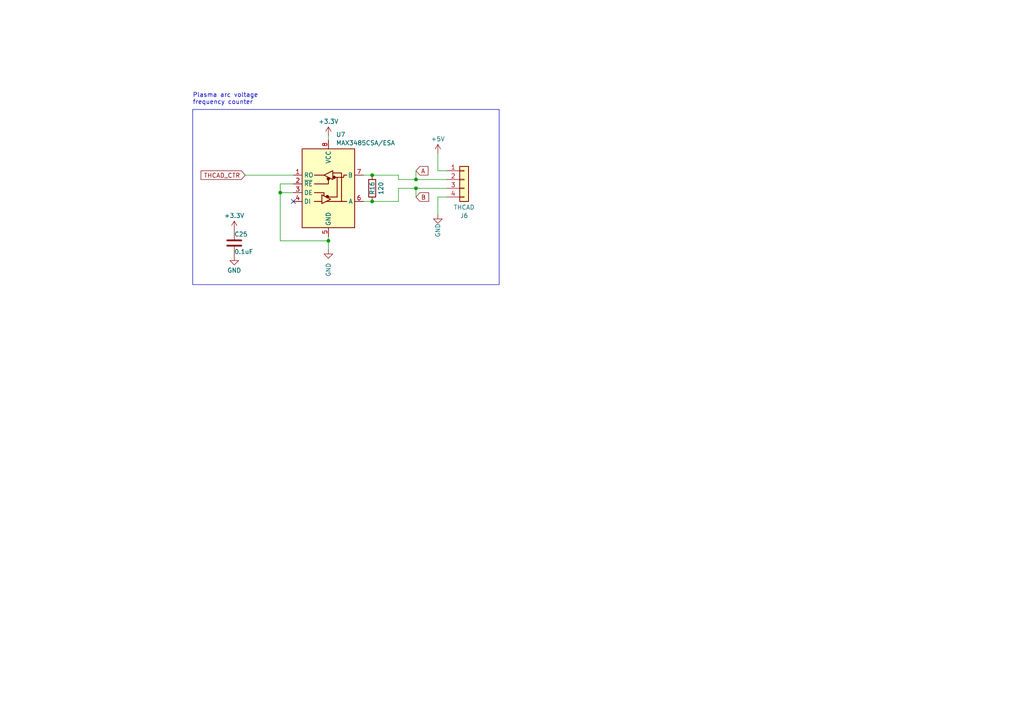
<source format=kicad_sch>
(kicad_sch
	(version 20231120)
	(generator "eeschema")
	(generator_version "8.0")
	(uuid "39cfbc0c-42ba-4187-8636-700b6ca8f3da")
	(paper "A4")
	(title_block
		(title "THCAD reader")
	)
	(lib_symbols
		(symbol "Connector_Generic:Conn_01x04"
			(pin_names
				(offset 1.016) hide)
			(exclude_from_sim no)
			(in_bom yes)
			(on_board yes)
			(property "Reference" "J"
				(at 0 5.08 0)
				(effects
					(font
						(size 1.27 1.27)
					)
				)
			)
			(property "Value" "Conn_01x04"
				(at 0 -7.62 0)
				(effects
					(font
						(size 1.27 1.27)
					)
				)
			)
			(property "Footprint" ""
				(at 0 0 0)
				(effects
					(font
						(size 1.27 1.27)
					)
					(hide yes)
				)
			)
			(property "Datasheet" "~"
				(at 0 0 0)
				(effects
					(font
						(size 1.27 1.27)
					)
					(hide yes)
				)
			)
			(property "Description" "Generic connector, single row, 01x04, script generated (kicad-library-utils/schlib/autogen/connector/)"
				(at 0 0 0)
				(effects
					(font
						(size 1.27 1.27)
					)
					(hide yes)
				)
			)
			(property "ki_keywords" "connector"
				(at 0 0 0)
				(effects
					(font
						(size 1.27 1.27)
					)
					(hide yes)
				)
			)
			(property "ki_fp_filters" "Connector*:*_1x??_*"
				(at 0 0 0)
				(effects
					(font
						(size 1.27 1.27)
					)
					(hide yes)
				)
			)
			(symbol "Conn_01x04_1_1"
				(rectangle
					(start -1.27 -4.953)
					(end 0 -5.207)
					(stroke
						(width 0.1524)
						(type default)
					)
					(fill
						(type none)
					)
				)
				(rectangle
					(start -1.27 -2.413)
					(end 0 -2.667)
					(stroke
						(width 0.1524)
						(type default)
					)
					(fill
						(type none)
					)
				)
				(rectangle
					(start -1.27 0.127)
					(end 0 -0.127)
					(stroke
						(width 0.1524)
						(type default)
					)
					(fill
						(type none)
					)
				)
				(rectangle
					(start -1.27 2.667)
					(end 0 2.413)
					(stroke
						(width 0.1524)
						(type default)
					)
					(fill
						(type none)
					)
				)
				(rectangle
					(start -1.27 3.81)
					(end 1.27 -6.35)
					(stroke
						(width 0.254)
						(type default)
					)
					(fill
						(type background)
					)
				)
				(pin passive line
					(at -5.08 2.54 0)
					(length 3.81)
					(name "Pin_1"
						(effects
							(font
								(size 1.27 1.27)
							)
						)
					)
					(number "1"
						(effects
							(font
								(size 1.27 1.27)
							)
						)
					)
				)
				(pin passive line
					(at -5.08 0 0)
					(length 3.81)
					(name "Pin_2"
						(effects
							(font
								(size 1.27 1.27)
							)
						)
					)
					(number "2"
						(effects
							(font
								(size 1.27 1.27)
							)
						)
					)
				)
				(pin passive line
					(at -5.08 -2.54 0)
					(length 3.81)
					(name "Pin_3"
						(effects
							(font
								(size 1.27 1.27)
							)
						)
					)
					(number "3"
						(effects
							(font
								(size 1.27 1.27)
							)
						)
					)
				)
				(pin passive line
					(at -5.08 -5.08 0)
					(length 3.81)
					(name "Pin_4"
						(effects
							(font
								(size 1.27 1.27)
							)
						)
					)
					(number "4"
						(effects
							(font
								(size 1.27 1.27)
							)
						)
					)
				)
			)
		)
		(symbol "Device:C"
			(pin_numbers hide)
			(pin_names
				(offset 0.254)
			)
			(exclude_from_sim no)
			(in_bom yes)
			(on_board yes)
			(property "Reference" "C"
				(at 0.635 2.54 0)
				(effects
					(font
						(size 1.27 1.27)
					)
					(justify left)
				)
			)
			(property "Value" "C"
				(at 0.635 -2.54 0)
				(effects
					(font
						(size 1.27 1.27)
					)
					(justify left)
				)
			)
			(property "Footprint" ""
				(at 0.9652 -3.81 0)
				(effects
					(font
						(size 1.27 1.27)
					)
					(hide yes)
				)
			)
			(property "Datasheet" "~"
				(at 0 0 0)
				(effects
					(font
						(size 1.27 1.27)
					)
					(hide yes)
				)
			)
			(property "Description" "Unpolarized capacitor"
				(at 0 0 0)
				(effects
					(font
						(size 1.27 1.27)
					)
					(hide yes)
				)
			)
			(property "ki_keywords" "cap capacitor"
				(at 0 0 0)
				(effects
					(font
						(size 1.27 1.27)
					)
					(hide yes)
				)
			)
			(property "ki_fp_filters" "C_*"
				(at 0 0 0)
				(effects
					(font
						(size 1.27 1.27)
					)
					(hide yes)
				)
			)
			(symbol "C_0_1"
				(polyline
					(pts
						(xy -2.032 -0.762) (xy 2.032 -0.762)
					)
					(stroke
						(width 0.508)
						(type default)
					)
					(fill
						(type none)
					)
				)
				(polyline
					(pts
						(xy -2.032 0.762) (xy 2.032 0.762)
					)
					(stroke
						(width 0.508)
						(type default)
					)
					(fill
						(type none)
					)
				)
			)
			(symbol "C_1_1"
				(pin passive line
					(at 0 3.81 270)
					(length 2.794)
					(name "~"
						(effects
							(font
								(size 1.27 1.27)
							)
						)
					)
					(number "1"
						(effects
							(font
								(size 1.27 1.27)
							)
						)
					)
				)
				(pin passive line
					(at 0 -3.81 90)
					(length 2.794)
					(name "~"
						(effects
							(font
								(size 1.27 1.27)
							)
						)
					)
					(number "2"
						(effects
							(font
								(size 1.27 1.27)
							)
						)
					)
				)
			)
		)
		(symbol "Device:R"
			(pin_numbers hide)
			(pin_names
				(offset 0)
			)
			(exclude_from_sim no)
			(in_bom yes)
			(on_board yes)
			(property "Reference" "R"
				(at 2.032 0 90)
				(effects
					(font
						(size 1.27 1.27)
					)
				)
			)
			(property "Value" "R"
				(at 0 0 90)
				(effects
					(font
						(size 1.27 1.27)
					)
				)
			)
			(property "Footprint" ""
				(at -1.778 0 90)
				(effects
					(font
						(size 1.27 1.27)
					)
					(hide yes)
				)
			)
			(property "Datasheet" "~"
				(at 0 0 0)
				(effects
					(font
						(size 1.27 1.27)
					)
					(hide yes)
				)
			)
			(property "Description" "Resistor"
				(at 0 0 0)
				(effects
					(font
						(size 1.27 1.27)
					)
					(hide yes)
				)
			)
			(property "ki_keywords" "R res resistor"
				(at 0 0 0)
				(effects
					(font
						(size 1.27 1.27)
					)
					(hide yes)
				)
			)
			(property "ki_fp_filters" "R_*"
				(at 0 0 0)
				(effects
					(font
						(size 1.27 1.27)
					)
					(hide yes)
				)
			)
			(symbol "R_0_1"
				(rectangle
					(start -1.016 -2.54)
					(end 1.016 2.54)
					(stroke
						(width 0.254)
						(type default)
					)
					(fill
						(type none)
					)
				)
			)
			(symbol "R_1_1"
				(pin passive line
					(at 0 3.81 270)
					(length 1.27)
					(name "~"
						(effects
							(font
								(size 1.27 1.27)
							)
						)
					)
					(number "1"
						(effects
							(font
								(size 1.27 1.27)
							)
						)
					)
				)
				(pin passive line
					(at 0 -3.81 90)
					(length 1.27)
					(name "~"
						(effects
							(font
								(size 1.27 1.27)
							)
						)
					)
					(number "2"
						(effects
							(font
								(size 1.27 1.27)
							)
						)
					)
				)
			)
		)
		(symbol "Interface_UART:MAX3485"
			(exclude_from_sim no)
			(in_bom yes)
			(on_board yes)
			(property "Reference" "U"
				(at -6.096 11.43 0)
				(effects
					(font
						(size 1.27 1.27)
					)
				)
			)
			(property "Value" "MAX3485"
				(at 0.762 11.43 0)
				(effects
					(font
						(size 1.27 1.27)
					)
					(justify left)
				)
			)
			(property "Footprint" ""
				(at 0 -17.78 0)
				(effects
					(font
						(size 1.27 1.27)
					)
					(hide yes)
				)
			)
			(property "Datasheet" "https://datasheets.maximintegrated.com/en/ds/MAX3483-MAX3491.pdf"
				(at 0 1.27 0)
				(effects
					(font
						(size 1.27 1.27)
					)
					(hide yes)
				)
			)
			(property "Description" "True RS-485/RS-422, 10Mbps, Slew-Rate Limited, with low-power shutdown, with receiver/driver enable, 32 receiver drive capacitity, DIP-8 and SOIC-8"
				(at 0 0 0)
				(effects
					(font
						(size 1.27 1.27)
					)
					(hide yes)
				)
			)
			(property "ki_keywords" "RS-485 RS-422 UART line-driver transceiver"
				(at 0 0 0)
				(effects
					(font
						(size 1.27 1.27)
					)
					(hide yes)
				)
			)
			(property "ki_fp_filters" "DIP*W7.62mm* SOIC*3.9x4.9mm*P1.27mm*"
				(at 0 0 0)
				(effects
					(font
						(size 1.27 1.27)
					)
					(hide yes)
				)
			)
			(symbol "MAX3485_0_1"
				(rectangle
					(start -7.62 10.16)
					(end 7.62 -12.7)
					(stroke
						(width 0.254)
						(type default)
					)
					(fill
						(type background)
					)
				)
				(circle
					(center -0.3048 -3.683)
					(radius 0.3556)
					(stroke
						(width 0.254)
						(type default)
					)
					(fill
						(type outline)
					)
				)
				(circle
					(center -0.0254 1.4986)
					(radius 0.3556)
					(stroke
						(width 0.254)
						(type default)
					)
					(fill
						(type outline)
					)
				)
				(polyline
					(pts
						(xy -4.064 -5.08) (xy -1.905 -5.08)
					)
					(stroke
						(width 0.254)
						(type default)
					)
					(fill
						(type none)
					)
				)
				(polyline
					(pts
						(xy -4.064 2.54) (xy -1.27 2.54)
					)
					(stroke
						(width 0.254)
						(type default)
					)
					(fill
						(type none)
					)
				)
				(polyline
					(pts
						(xy -1.27 -3.2004) (xy -1.27 -3.4544)
					)
					(stroke
						(width 0.254)
						(type default)
					)
					(fill
						(type none)
					)
				)
				(polyline
					(pts
						(xy -0.635 -5.08) (xy 5.334 -5.08)
					)
					(stroke
						(width 0.254)
						(type default)
					)
					(fill
						(type none)
					)
				)
				(polyline
					(pts
						(xy -4.064 -2.54) (xy -1.27 -2.54) (xy -1.27 -3.175)
					)
					(stroke
						(width 0.254)
						(type default)
					)
					(fill
						(type none)
					)
				)
				(polyline
					(pts
						(xy 0 1.27) (xy 0 0) (xy -4.064 0)
					)
					(stroke
						(width 0.254)
						(type default)
					)
					(fill
						(type none)
					)
				)
				(polyline
					(pts
						(xy 1.27 3.175) (xy 3.81 3.175) (xy 3.81 -5.08)
					)
					(stroke
						(width 0.254)
						(type default)
					)
					(fill
						(type none)
					)
				)
				(polyline
					(pts
						(xy 2.54 1.905) (xy 2.54 -3.81) (xy 0 -3.81)
					)
					(stroke
						(width 0.254)
						(type default)
					)
					(fill
						(type none)
					)
				)
				(polyline
					(pts
						(xy -1.905 -3.175) (xy -1.905 -5.715) (xy 0.635 -4.445) (xy -1.905 -3.175)
					)
					(stroke
						(width 0.254)
						(type default)
					)
					(fill
						(type none)
					)
				)
				(polyline
					(pts
						(xy -1.27 2.54) (xy 1.27 3.81) (xy 1.27 1.27) (xy -1.27 2.54)
					)
					(stroke
						(width 0.254)
						(type default)
					)
					(fill
						(type none)
					)
				)
				(polyline
					(pts
						(xy 1.905 1.905) (xy 4.445 1.905) (xy 4.445 2.54) (xy 5.334 2.54)
					)
					(stroke
						(width 0.254)
						(type default)
					)
					(fill
						(type none)
					)
				)
				(rectangle
					(start 1.27 3.175)
					(end 1.27 3.175)
					(stroke
						(width 0)
						(type default)
					)
					(fill
						(type none)
					)
				)
				(circle
					(center 1.651 1.905)
					(radius 0.3556)
					(stroke
						(width 0.254)
						(type default)
					)
					(fill
						(type outline)
					)
				)
			)
			(symbol "MAX3485_1_1"
				(pin output line
					(at -10.16 2.54 0)
					(length 2.54)
					(name "RO"
						(effects
							(font
								(size 1.27 1.27)
							)
						)
					)
					(number "1"
						(effects
							(font
								(size 1.27 1.27)
							)
						)
					)
				)
				(pin input line
					(at -10.16 0 0)
					(length 2.54)
					(name "~{RE}"
						(effects
							(font
								(size 1.27 1.27)
							)
						)
					)
					(number "2"
						(effects
							(font
								(size 1.27 1.27)
							)
						)
					)
				)
				(pin input line
					(at -10.16 -2.54 0)
					(length 2.54)
					(name "DE"
						(effects
							(font
								(size 1.27 1.27)
							)
						)
					)
					(number "3"
						(effects
							(font
								(size 1.27 1.27)
							)
						)
					)
				)
				(pin input line
					(at -10.16 -5.08 0)
					(length 2.54)
					(name "DI"
						(effects
							(font
								(size 1.27 1.27)
							)
						)
					)
					(number "4"
						(effects
							(font
								(size 1.27 1.27)
							)
						)
					)
				)
				(pin power_in line
					(at 0 -15.24 90)
					(length 2.54)
					(name "GND"
						(effects
							(font
								(size 1.27 1.27)
							)
						)
					)
					(number "5"
						(effects
							(font
								(size 1.27 1.27)
							)
						)
					)
				)
				(pin bidirectional line
					(at 10.16 -5.08 180)
					(length 2.54)
					(name "A"
						(effects
							(font
								(size 1.27 1.27)
							)
						)
					)
					(number "6"
						(effects
							(font
								(size 1.27 1.27)
							)
						)
					)
				)
				(pin bidirectional line
					(at 10.16 2.54 180)
					(length 2.54)
					(name "B"
						(effects
							(font
								(size 1.27 1.27)
							)
						)
					)
					(number "7"
						(effects
							(font
								(size 1.27 1.27)
							)
						)
					)
				)
				(pin power_in line
					(at 0 12.7 270)
					(length 2.54)
					(name "VCC"
						(effects
							(font
								(size 1.27 1.27)
							)
						)
					)
					(number "8"
						(effects
							(font
								(size 1.27 1.27)
							)
						)
					)
				)
			)
		)
		(symbol "power:+3.3V"
			(power)
			(pin_names
				(offset 0)
			)
			(exclude_from_sim no)
			(in_bom yes)
			(on_board yes)
			(property "Reference" "#PWR"
				(at 0 -3.81 0)
				(effects
					(font
						(size 1.27 1.27)
					)
					(hide yes)
				)
			)
			(property "Value" "+3.3V"
				(at 0 3.556 0)
				(effects
					(font
						(size 1.27 1.27)
					)
				)
			)
			(property "Footprint" ""
				(at 0 0 0)
				(effects
					(font
						(size 1.27 1.27)
					)
					(hide yes)
				)
			)
			(property "Datasheet" ""
				(at 0 0 0)
				(effects
					(font
						(size 1.27 1.27)
					)
					(hide yes)
				)
			)
			(property "Description" "Power symbol creates a global label with name \"+3.3V\""
				(at 0 0 0)
				(effects
					(font
						(size 1.27 1.27)
					)
					(hide yes)
				)
			)
			(property "ki_keywords" "global power"
				(at 0 0 0)
				(effects
					(font
						(size 1.27 1.27)
					)
					(hide yes)
				)
			)
			(symbol "+3.3V_0_1"
				(polyline
					(pts
						(xy -0.762 1.27) (xy 0 2.54)
					)
					(stroke
						(width 0)
						(type default)
					)
					(fill
						(type none)
					)
				)
				(polyline
					(pts
						(xy 0 0) (xy 0 2.54)
					)
					(stroke
						(width 0)
						(type default)
					)
					(fill
						(type none)
					)
				)
				(polyline
					(pts
						(xy 0 2.54) (xy 0.762 1.27)
					)
					(stroke
						(width 0)
						(type default)
					)
					(fill
						(type none)
					)
				)
			)
			(symbol "+3.3V_1_1"
				(pin power_in line
					(at 0 0 90)
					(length 0) hide
					(name "+3.3V"
						(effects
							(font
								(size 1.27 1.27)
							)
						)
					)
					(number "1"
						(effects
							(font
								(size 1.27 1.27)
							)
						)
					)
				)
			)
		)
		(symbol "power:+5V"
			(power)
			(pin_names
				(offset 0)
			)
			(exclude_from_sim no)
			(in_bom yes)
			(on_board yes)
			(property "Reference" "#PWR"
				(at 0 -3.81 0)
				(effects
					(font
						(size 1.27 1.27)
					)
					(hide yes)
				)
			)
			(property "Value" "+5V"
				(at 0 3.556 0)
				(effects
					(font
						(size 1.27 1.27)
					)
				)
			)
			(property "Footprint" ""
				(at 0 0 0)
				(effects
					(font
						(size 1.27 1.27)
					)
					(hide yes)
				)
			)
			(property "Datasheet" ""
				(at 0 0 0)
				(effects
					(font
						(size 1.27 1.27)
					)
					(hide yes)
				)
			)
			(property "Description" "Power symbol creates a global label with name \"+5V\""
				(at 0 0 0)
				(effects
					(font
						(size 1.27 1.27)
					)
					(hide yes)
				)
			)
			(property "ki_keywords" "global power"
				(at 0 0 0)
				(effects
					(font
						(size 1.27 1.27)
					)
					(hide yes)
				)
			)
			(symbol "+5V_0_1"
				(polyline
					(pts
						(xy -0.762 1.27) (xy 0 2.54)
					)
					(stroke
						(width 0)
						(type default)
					)
					(fill
						(type none)
					)
				)
				(polyline
					(pts
						(xy 0 0) (xy 0 2.54)
					)
					(stroke
						(width 0)
						(type default)
					)
					(fill
						(type none)
					)
				)
				(polyline
					(pts
						(xy 0 2.54) (xy 0.762 1.27)
					)
					(stroke
						(width 0)
						(type default)
					)
					(fill
						(type none)
					)
				)
			)
			(symbol "+5V_1_1"
				(pin power_in line
					(at 0 0 90)
					(length 0) hide
					(name "+5V"
						(effects
							(font
								(size 1.27 1.27)
							)
						)
					)
					(number "1"
						(effects
							(font
								(size 1.27 1.27)
							)
						)
					)
				)
			)
		)
		(symbol "power:GND"
			(power)
			(pin_names
				(offset 0)
			)
			(exclude_from_sim no)
			(in_bom yes)
			(on_board yes)
			(property "Reference" "#PWR"
				(at 0 -6.35 0)
				(effects
					(font
						(size 1.27 1.27)
					)
					(hide yes)
				)
			)
			(property "Value" "GND"
				(at 0 -3.81 0)
				(effects
					(font
						(size 1.27 1.27)
					)
				)
			)
			(property "Footprint" ""
				(at 0 0 0)
				(effects
					(font
						(size 1.27 1.27)
					)
					(hide yes)
				)
			)
			(property "Datasheet" ""
				(at 0 0 0)
				(effects
					(font
						(size 1.27 1.27)
					)
					(hide yes)
				)
			)
			(property "Description" "Power symbol creates a global label with name \"GND\" , ground"
				(at 0 0 0)
				(effects
					(font
						(size 1.27 1.27)
					)
					(hide yes)
				)
			)
			(property "ki_keywords" "global power"
				(at 0 0 0)
				(effects
					(font
						(size 1.27 1.27)
					)
					(hide yes)
				)
			)
			(symbol "GND_0_1"
				(polyline
					(pts
						(xy 0 0) (xy 0 -1.27) (xy 1.27 -1.27) (xy 0 -2.54) (xy -1.27 -1.27) (xy 0 -1.27)
					)
					(stroke
						(width 0)
						(type default)
					)
					(fill
						(type none)
					)
				)
			)
			(symbol "GND_1_1"
				(pin power_in line
					(at 0 0 270)
					(length 0) hide
					(name "GND"
						(effects
							(font
								(size 1.27 1.27)
							)
						)
					)
					(number "1"
						(effects
							(font
								(size 1.27 1.27)
							)
						)
					)
				)
			)
		)
	)
	(junction
		(at 120.65 54.61)
		(diameter 0)
		(color 0 0 0 0)
		(uuid "1b8c6466-a755-4806-aa6e-19f743933916")
	)
	(junction
		(at 95.25 69.85)
		(diameter 0)
		(color 0 0 0 0)
		(uuid "37ed323d-92c7-4614-8bc4-d7359e3692c9")
	)
	(junction
		(at 107.95 58.42)
		(diameter 0)
		(color 0 0 0 0)
		(uuid "76685157-e1d7-4504-815b-8e1e0347929f")
	)
	(junction
		(at 81.28 55.88)
		(diameter 0)
		(color 0 0 0 0)
		(uuid "9750e5b1-6a68-43b1-b199-b68a8f0a5bc1")
	)
	(junction
		(at 107.95 50.8)
		(diameter 0)
		(color 0 0 0 0)
		(uuid "af0394df-e48d-457c-884f-ffd856979ade")
	)
	(junction
		(at 120.65 52.07)
		(diameter 0)
		(color 0 0 0 0)
		(uuid "bb0e1f81-7b3d-40b4-8b5f-25962be32dd2")
	)
	(no_connect
		(at 85.09 58.42)
		(uuid "b55a0831-1f80-4e60-afe5-fbeb09b31fb3")
	)
	(wire
		(pts
			(xy 115.57 54.61) (xy 120.65 54.61)
		)
		(stroke
			(width 0)
			(type default)
		)
		(uuid "08fed954-f2cf-45a8-93c5-52d04333503a")
	)
	(wire
		(pts
			(xy 115.57 50.8) (xy 115.57 52.07)
		)
		(stroke
			(width 0)
			(type default)
		)
		(uuid "1087bd07-2fbc-4edf-86ca-c7387ed4763a")
	)
	(wire
		(pts
			(xy 115.57 54.61) (xy 115.57 58.42)
		)
		(stroke
			(width 0)
			(type default)
		)
		(uuid "1165c426-1c99-4aea-8b41-082f9356dd3d")
	)
	(wire
		(pts
			(xy 127 49.53) (xy 127 44.45)
		)
		(stroke
			(width 0)
			(type default)
		)
		(uuid "1766a9df-42c2-4472-a2ce-456756595d25")
	)
	(wire
		(pts
			(xy 95.25 69.85) (xy 95.25 72.39)
		)
		(stroke
			(width 0)
			(type default)
		)
		(uuid "29765ee6-86bc-4065-8694-08441f6c1b80")
	)
	(wire
		(pts
			(xy 120.65 54.61) (xy 129.54 54.61)
		)
		(stroke
			(width 0)
			(type default)
		)
		(uuid "3c0bc272-6e7e-4916-8120-c55513dd9550")
	)
	(wire
		(pts
			(xy 71.12 50.8) (xy 85.09 50.8)
		)
		(stroke
			(width 0)
			(type default)
		)
		(uuid "3c67e0ed-3207-4832-b775-34aded55f1a5")
	)
	(wire
		(pts
			(xy 115.57 52.07) (xy 120.65 52.07)
		)
		(stroke
			(width 0)
			(type default)
		)
		(uuid "4a1ac9f3-57c5-4ec7-a1ae-7494a6d3b5d6")
	)
	(wire
		(pts
			(xy 95.25 69.85) (xy 95.25 68.58)
		)
		(stroke
			(width 0)
			(type default)
		)
		(uuid "65e2f924-2e9e-4842-b52b-687fcb487481")
	)
	(wire
		(pts
			(xy 105.41 50.8) (xy 107.95 50.8)
		)
		(stroke
			(width 0)
			(type default)
		)
		(uuid "67537ad1-4e2f-4a32-9765-7ba4875fd098")
	)
	(wire
		(pts
			(xy 81.28 69.85) (xy 95.25 69.85)
		)
		(stroke
			(width 0)
			(type default)
		)
		(uuid "701d7392-eb00-49e3-a9b4-2f6cfa660a9f")
	)
	(wire
		(pts
			(xy 81.28 53.34) (xy 85.09 53.34)
		)
		(stroke
			(width 0)
			(type default)
		)
		(uuid "77cf8b9e-f61b-43bd-966b-ccf86cac9fe0")
	)
	(wire
		(pts
			(xy 107.95 58.42) (xy 115.57 58.42)
		)
		(stroke
			(width 0)
			(type default)
		)
		(uuid "79ce384e-42f7-4583-b45c-c95ccbf35a3b")
	)
	(wire
		(pts
			(xy 107.95 50.8) (xy 115.57 50.8)
		)
		(stroke
			(width 0)
			(type default)
		)
		(uuid "91882306-e347-4452-8954-3a8d5ff67410")
	)
	(wire
		(pts
			(xy 120.65 54.61) (xy 120.65 57.15)
		)
		(stroke
			(width 0)
			(type default)
		)
		(uuid "97f52bd8-6e73-4289-946d-043813afed94")
	)
	(wire
		(pts
			(xy 105.41 58.42) (xy 107.95 58.42)
		)
		(stroke
			(width 0)
			(type default)
		)
		(uuid "9b895c16-54a7-428f-9102-5c2b51260af6")
	)
	(wire
		(pts
			(xy 127 62.23) (xy 127 57.15)
		)
		(stroke
			(width 0)
			(type default)
		)
		(uuid "a9ef2fcc-9885-4d63-b30b-ef13114d7eb4")
	)
	(wire
		(pts
			(xy 127 57.15) (xy 129.54 57.15)
		)
		(stroke
			(width 0)
			(type default)
		)
		(uuid "bcee68c5-5f45-444c-bd36-eca24724e69b")
	)
	(wire
		(pts
			(xy 85.09 55.88) (xy 81.28 55.88)
		)
		(stroke
			(width 0)
			(type default)
		)
		(uuid "c4414625-f8ab-4fe9-9547-0ac0a19b7ee2")
	)
	(wire
		(pts
			(xy 95.25 39.37) (xy 95.25 40.64)
		)
		(stroke
			(width 0)
			(type default)
		)
		(uuid "c7a809a0-2c2e-4ba3-b292-083547343fab")
	)
	(wire
		(pts
			(xy 127 49.53) (xy 129.54 49.53)
		)
		(stroke
			(width 0)
			(type default)
		)
		(uuid "cd86e9fe-9b47-4ca6-a7f9-8fe649532a8a")
	)
	(wire
		(pts
			(xy 120.65 52.07) (xy 129.54 52.07)
		)
		(stroke
			(width 0)
			(type default)
		)
		(uuid "d4904c96-faf5-4f7e-a375-ee34898bb8a4")
	)
	(wire
		(pts
			(xy 81.28 55.88) (xy 81.28 53.34)
		)
		(stroke
			(width 0)
			(type default)
		)
		(uuid "dba83adf-b5b3-4e96-b1cb-a712fed941c7")
	)
	(wire
		(pts
			(xy 81.28 55.88) (xy 81.28 69.85)
		)
		(stroke
			(width 0)
			(type default)
		)
		(uuid "e4a8126a-f78d-4164-a25f-a40b85ea86f1")
	)
	(wire
		(pts
			(xy 120.65 49.53) (xy 120.65 52.07)
		)
		(stroke
			(width 0)
			(type default)
		)
		(uuid "eb6b1dc3-ea5b-4017-9f82-348fd5779592")
	)
	(rectangle
		(start 55.88 31.75)
		(end 144.78 82.55)
		(stroke
			(width 0)
			(type default)
		)
		(fill
			(type none)
		)
		(uuid ef5e87c3-cfa9-4773-afea-02daefed5b2d)
	)
	(text "Plasma arc voltage\nfrequency counter"
		(exclude_from_sim no)
		(at 55.88 30.48 0)
		(effects
			(font
				(size 1.27 1.27)
			)
			(justify left bottom)
		)
		(uuid "26ccf782-2512-4136-834b-a8259a64e61a")
	)
	(global_label "B"
		(shape input)
		(at 120.65 57.15 0)
		(fields_autoplaced yes)
		(effects
			(font
				(size 1.27 1.27)
			)
			(justify left)
		)
		(uuid "39ca1b48-ed35-4969-a75a-e1e00f1f6463")
		(property "Intersheetrefs" "${INTERSHEET_REFS}"
			(at 124.9052 57.15 0)
			(effects
				(font
					(size 1.27 1.27)
				)
				(justify left)
				(hide yes)
			)
		)
	)
	(global_label "THCAD_CTR"
		(shape input)
		(at 71.12 50.8 180)
		(fields_autoplaced yes)
		(effects
			(font
				(size 1.27 1.27)
			)
			(justify right)
		)
		(uuid "52edb694-9ef0-41bf-8f8f-5d5a44928106")
		(property "Intersheetrefs" "${INTERSHEET_REFS}"
			(at 57.7329 50.8 0)
			(effects
				(font
					(size 1.27 1.27)
				)
				(justify right)
				(hide yes)
			)
		)
	)
	(global_label "A"
		(shape input)
		(at 120.65 49.53 0)
		(fields_autoplaced yes)
		(effects
			(font
				(size 1.27 1.27)
			)
			(justify left)
		)
		(uuid "f094f633-2bad-4e7a-a689-6f0c0fd95481")
		(property "Intersheetrefs" "${INTERSHEET_REFS}"
			(at 124.7238 49.53 0)
			(effects
				(font
					(size 1.27 1.27)
				)
				(justify left)
				(hide yes)
			)
		)
	)
	(symbol
		(lib_id "Connector_Generic:Conn_01x04")
		(at 134.62 52.07 0)
		(unit 1)
		(exclude_from_sim no)
		(in_bom yes)
		(on_board yes)
		(dnp no)
		(uuid "1c04e5cb-9705-47cc-b1a3-0c1ccdea5d24")
		(property "Reference" "J6"
			(at 134.62 62.5643 0)
			(effects
				(font
					(size 1.27 1.27)
				)
			)
		)
		(property "Value" "THCAD"
			(at 134.62 60.1401 0)
			(effects
				(font
					(size 1.27 1.27)
				)
			)
		)
		(property "Footprint" "Connector_Phoenix_MC:PhoenixContact_MCV_1,5_4-G-3.5_1x04_P3.50mm_Vertical"
			(at 134.62 52.07 0)
			(effects
				(font
					(size 1.27 1.27)
				)
				(hide yes)
			)
		)
		(property "Datasheet" "~"
			(at 134.62 52.07 0)
			(effects
				(font
					(size 1.27 1.27)
				)
				(hide yes)
			)
		)
		(property "Description" "Generic connector, single row, 01x04, script generated (kicad-library-utils/schlib/autogen/connector/)"
			(at 134.62 52.07 0)
			(effects
				(font
					(size 1.27 1.27)
				)
				(hide yes)
			)
		)
		(pin "1"
			(uuid "3719cf0b-3f98-41d1-9dcd-61b5f8958365")
		)
		(pin "2"
			(uuid "998a326a-5d6a-4d3f-8fc2-27cae1643d21")
		)
		(pin "3"
			(uuid "f3a7d76a-1654-4667-9339-d639d91bf484")
		)
		(pin "4"
			(uuid "1000f398-67d5-4a1e-aea9-930f49e068cd")
		)
		(instances
			(project "THCAD-reader+Digital-IO"
				(path "/5597aedc-b607-407f-bbfd-31b3b298ecb1/0a376a6c-0f15-42f8-81f6-3a55619be267"
					(reference "J6")
					(unit 1)
				)
			)
		)
	)
	(symbol
		(lib_id "Device:R")
		(at 107.95 54.61 180)
		(unit 1)
		(exclude_from_sim no)
		(in_bom yes)
		(on_board yes)
		(dnp no)
		(uuid "1dac5abc-55dc-4384-8b44-0dcaff62638c")
		(property "Reference" "R16"
			(at 107.95 54.61 90)
			(effects
				(font
					(size 1.27 1.27)
				)
			)
		)
		(property "Value" "120"
			(at 110.49 54.61 90)
			(effects
				(font
					(size 1.27 1.27)
				)
			)
		)
		(property "Footprint" "Resistor_SMD:R_0603_1608Metric"
			(at 109.728 54.61 90)
			(effects
				(font
					(size 1.27 1.27)
				)
				(hide yes)
			)
		)
		(property "Datasheet" "~"
			(at 107.95 54.61 0)
			(effects
				(font
					(size 1.27 1.27)
				)
				(hide yes)
			)
		)
		(property "Description" "Resistor"
			(at 107.95 54.61 0)
			(effects
				(font
					(size 1.27 1.27)
				)
				(hide yes)
			)
		)
		(pin "1"
			(uuid "50c87ec2-c20d-4077-8ffb-ce112d0a65de")
		)
		(pin "2"
			(uuid "ad780877-2db9-4e18-a28a-b06e87bd989c")
		)
		(instances
			(project "THCAD-reader+Digital-IO"
				(path "/5597aedc-b607-407f-bbfd-31b3b298ecb1/0a376a6c-0f15-42f8-81f6-3a55619be267"
					(reference "R16")
					(unit 1)
				)
			)
		)
	)
	(symbol
		(lib_id "power:+3.3V")
		(at 67.945 66.675 0)
		(unit 1)
		(exclude_from_sim no)
		(in_bom yes)
		(on_board yes)
		(dnp no)
		(fields_autoplaced yes)
		(uuid "421fc9c3-b450-42a5-9aae-2141d8de6016")
		(property "Reference" "#PWR064"
			(at 67.945 70.485 0)
			(effects
				(font
					(size 1.27 1.27)
				)
				(hide yes)
			)
		)
		(property "Value" "+3.3V"
			(at 67.945 62.5419 0)
			(effects
				(font
					(size 1.27 1.27)
				)
			)
		)
		(property "Footprint" ""
			(at 67.945 66.675 0)
			(effects
				(font
					(size 1.27 1.27)
				)
				(hide yes)
			)
		)
		(property "Datasheet" ""
			(at 67.945 66.675 0)
			(effects
				(font
					(size 1.27 1.27)
				)
				(hide yes)
			)
		)
		(property "Description" ""
			(at 67.945 66.675 0)
			(effects
				(font
					(size 1.27 1.27)
				)
				(hide yes)
			)
		)
		(pin "1"
			(uuid "ef521ca7-8071-4198-bd85-6f83184f7446")
		)
		(instances
			(project "THCAD-reader+Digital-IO"
				(path "/5597aedc-b607-407f-bbfd-31b3b298ecb1/0a376a6c-0f15-42f8-81f6-3a55619be267"
					(reference "#PWR064")
					(unit 1)
				)
			)
		)
	)
	(symbol
		(lib_id "Device:C")
		(at 67.945 70.485 0)
		(unit 1)
		(exclude_from_sim no)
		(in_bom yes)
		(on_board yes)
		(dnp no)
		(uuid "7b99fd4b-c4cd-4cd4-9673-8f13161024ac")
		(property "Reference" "C25"
			(at 67.945 67.945 0)
			(effects
				(font
					(size 1.27 1.27)
				)
				(justify left)
			)
		)
		(property "Value" "0.1uF"
			(at 67.945 73.025 0)
			(effects
				(font
					(size 1.27 1.27)
				)
				(justify left)
			)
		)
		(property "Footprint" "Capacitor_SMD:C_0603_1608Metric"
			(at 68.9102 74.295 0)
			(effects
				(font
					(size 1.27 1.27)
				)
				(hide yes)
			)
		)
		(property "Datasheet" "~"
			(at 67.945 70.485 0)
			(effects
				(font
					(size 1.27 1.27)
				)
				(hide yes)
			)
		)
		(property "Description" "Unpolarized capacitor"
			(at 67.945 70.485 0)
			(effects
				(font
					(size 1.27 1.27)
				)
				(hide yes)
			)
		)
		(pin "1"
			(uuid "078442d4-d4bb-4dce-9248-417a5a6a9421")
		)
		(pin "2"
			(uuid "9289e73b-77d1-405e-aac5-6fb056f266a4")
		)
		(instances
			(project "THCAD-reader+Digital-IO"
				(path "/5597aedc-b607-407f-bbfd-31b3b298ecb1/0a376a6c-0f15-42f8-81f6-3a55619be267"
					(reference "C25")
					(unit 1)
				)
			)
		)
	)
	(symbol
		(lib_id "power:GND")
		(at 127 62.23 0)
		(unit 1)
		(exclude_from_sim no)
		(in_bom yes)
		(on_board yes)
		(dnp no)
		(uuid "85258bba-2e92-4eac-9068-9a048ea31391")
		(property "Reference" "#PWR069"
			(at 127 68.58 0)
			(effects
				(font
					(size 1.27 1.27)
				)
				(hide yes)
			)
		)
		(property "Value" "GND"
			(at 127 64.77 90)
			(effects
				(font
					(size 1.27 1.27)
				)
				(justify right)
			)
		)
		(property "Footprint" ""
			(at 127 62.23 0)
			(effects
				(font
					(size 1.27 1.27)
				)
				(hide yes)
			)
		)
		(property "Datasheet" ""
			(at 127 62.23 0)
			(effects
				(font
					(size 1.27 1.27)
				)
				(hide yes)
			)
		)
		(property "Description" ""
			(at 127 62.23 0)
			(effects
				(font
					(size 1.27 1.27)
				)
				(hide yes)
			)
		)
		(pin "1"
			(uuid "e350bc28-374c-446d-a412-87a798f589fe")
		)
		(instances
			(project "THCAD-reader+Digital-IO"
				(path "/5597aedc-b607-407f-bbfd-31b3b298ecb1/0a376a6c-0f15-42f8-81f6-3a55619be267"
					(reference "#PWR069")
					(unit 1)
				)
			)
		)
	)
	(symbol
		(lib_id "power:+5V")
		(at 127 44.45 0)
		(unit 1)
		(exclude_from_sim no)
		(in_bom yes)
		(on_board yes)
		(dnp no)
		(fields_autoplaced yes)
		(uuid "9314dd00-e414-4e31-bb6b-3f3663b3971c")
		(property "Reference" "#PWR068"
			(at 127 48.26 0)
			(effects
				(font
					(size 1.27 1.27)
				)
				(hide yes)
			)
		)
		(property "Value" "+5V"
			(at 127 40.3169 0)
			(effects
				(font
					(size 1.27 1.27)
				)
			)
		)
		(property "Footprint" ""
			(at 127 44.45 0)
			(effects
				(font
					(size 1.27 1.27)
				)
				(hide yes)
			)
		)
		(property "Datasheet" ""
			(at 127 44.45 0)
			(effects
				(font
					(size 1.27 1.27)
				)
				(hide yes)
			)
		)
		(property "Description" ""
			(at 127 44.45 0)
			(effects
				(font
					(size 1.27 1.27)
				)
				(hide yes)
			)
		)
		(pin "1"
			(uuid "e3bfa568-775c-43a0-a5a9-eeaa6ac9100d")
		)
		(instances
			(project "THCAD-reader+Digital-IO"
				(path "/5597aedc-b607-407f-bbfd-31b3b298ecb1/0a376a6c-0f15-42f8-81f6-3a55619be267"
					(reference "#PWR068")
					(unit 1)
				)
			)
		)
	)
	(symbol
		(lib_id "Interface_UART:MAX3485")
		(at 95.25 53.34 0)
		(unit 1)
		(exclude_from_sim no)
		(in_bom yes)
		(on_board yes)
		(dnp no)
		(fields_autoplaced yes)
		(uuid "957d3324-db10-4ed7-b8e7-167e9e975ba7")
		(property "Reference" "U7"
			(at 97.4441 39.0357 0)
			(effects
				(font
					(size 1.27 1.27)
				)
				(justify left)
			)
		)
		(property "Value" "MAX3485CSA/ESA"
			(at 97.4441 41.4599 0)
			(effects
				(font
					(size 1.27 1.27)
				)
				(justify left)
			)
		)
		(property "Footprint" "Package_SO:SO-8_3.9x4.9mm_P1.27mm"
			(at 95.25 71.12 0)
			(effects
				(font
					(size 1.27 1.27)
				)
				(hide yes)
			)
		)
		(property "Datasheet" ""
			(at 95.25 52.07 0)
			(effects
				(font
					(size 1.27 1.27)
				)
				(hide yes)
			)
		)
		(property "Description" "True RS-485/RS-422, 10Mbps, Slew-Rate Limited, with low-power shutdown, with receiver/driver enable, 32 receiver drive capacitity, DIP-8 and SOIC-8"
			(at 95.25 53.34 0)
			(effects
				(font
					(size 1.27 1.27)
				)
				(hide yes)
			)
		)
		(pin "3"
			(uuid "89f57adc-3267-4f06-948e-0142f566b540")
		)
		(pin "2"
			(uuid "bf1111ca-6b12-4854-9509-a9eab8105c39")
		)
		(pin "4"
			(uuid "b45ba5d6-ed6f-4d8f-889f-76c252c0ad70")
		)
		(pin "7"
			(uuid "78d09386-4a62-4c7e-83e6-df69f7643d2b")
		)
		(pin "8"
			(uuid "7c8087c9-bb1a-433f-8c46-04239900de0d")
		)
		(pin "6"
			(uuid "dbca7c4b-d533-4ec0-908d-fda8614c8cc8")
		)
		(pin "5"
			(uuid "5f63d171-bc12-4780-97a9-792d6ca36336")
		)
		(pin "1"
			(uuid "ea755600-8d31-4171-ba6b-e629b5b08caa")
		)
		(instances
			(project "THCAD-reader+Digital-IO"
				(path "/5597aedc-b607-407f-bbfd-31b3b298ecb1/0a376a6c-0f15-42f8-81f6-3a55619be267"
					(reference "U7")
					(unit 1)
				)
			)
		)
	)
	(symbol
		(lib_id "power:GND")
		(at 95.25 72.39 0)
		(unit 1)
		(exclude_from_sim no)
		(in_bom yes)
		(on_board yes)
		(dnp no)
		(uuid "a753c6f2-7374-4bb9-917c-9145a8ecd717")
		(property "Reference" "#PWR067"
			(at 95.25 78.74 0)
			(effects
				(font
					(size 1.27 1.27)
				)
				(hide yes)
			)
		)
		(property "Value" "GND"
			(at 95.25 76.2 90)
			(effects
				(font
					(size 1.27 1.27)
				)
				(justify right)
			)
		)
		(property "Footprint" ""
			(at 95.25 72.39 0)
			(effects
				(font
					(size 1.27 1.27)
				)
				(hide yes)
			)
		)
		(property "Datasheet" ""
			(at 95.25 72.39 0)
			(effects
				(font
					(size 1.27 1.27)
				)
				(hide yes)
			)
		)
		(property "Description" ""
			(at 95.25 72.39 0)
			(effects
				(font
					(size 1.27 1.27)
				)
				(hide yes)
			)
		)
		(pin "1"
			(uuid "ba3b2ad4-9c47-49a2-ad20-2109823239e5")
		)
		(instances
			(project "THCAD-reader+Digital-IO"
				(path "/5597aedc-b607-407f-bbfd-31b3b298ecb1/0a376a6c-0f15-42f8-81f6-3a55619be267"
					(reference "#PWR067")
					(unit 1)
				)
			)
		)
	)
	(symbol
		(lib_id "power:GND")
		(at 67.945 74.295 0)
		(unit 1)
		(exclude_from_sim no)
		(in_bom yes)
		(on_board yes)
		(dnp no)
		(fields_autoplaced yes)
		(uuid "c897f4a9-57d9-4c80-b98f-cd16a699dca4")
		(property "Reference" "#PWR065"
			(at 67.945 80.645 0)
			(effects
				(font
					(size 1.27 1.27)
				)
				(hide yes)
			)
		)
		(property "Value" "GND"
			(at 67.945 78.4281 0)
			(effects
				(font
					(size 1.27 1.27)
				)
			)
		)
		(property "Footprint" ""
			(at 67.945 74.295 0)
			(effects
				(font
					(size 1.27 1.27)
				)
				(hide yes)
			)
		)
		(property "Datasheet" ""
			(at 67.945 74.295 0)
			(effects
				(font
					(size 1.27 1.27)
				)
				(hide yes)
			)
		)
		(property "Description" ""
			(at 67.945 74.295 0)
			(effects
				(font
					(size 1.27 1.27)
				)
				(hide yes)
			)
		)
		(pin "1"
			(uuid "6f4e5353-9222-485d-af35-18d7ab639efb")
		)
		(instances
			(project "THCAD-reader+Digital-IO"
				(path "/5597aedc-b607-407f-bbfd-31b3b298ecb1/0a376a6c-0f15-42f8-81f6-3a55619be267"
					(reference "#PWR065")
					(unit 1)
				)
			)
		)
	)
	(symbol
		(lib_id "power:+3.3V")
		(at 95.25 39.37 0)
		(unit 1)
		(exclude_from_sim no)
		(in_bom yes)
		(on_board yes)
		(dnp no)
		(fields_autoplaced yes)
		(uuid "e0642a4e-3342-47d7-84e0-1cd65c164483")
		(property "Reference" "#PWR066"
			(at 95.25 43.18 0)
			(effects
				(font
					(size 1.27 1.27)
				)
				(hide yes)
			)
		)
		(property "Value" "+3.3V"
			(at 95.25 35.2369 0)
			(effects
				(font
					(size 1.27 1.27)
				)
			)
		)
		(property "Footprint" ""
			(at 95.25 39.37 0)
			(effects
				(font
					(size 1.27 1.27)
				)
				(hide yes)
			)
		)
		(property "Datasheet" ""
			(at 95.25 39.37 0)
			(effects
				(font
					(size 1.27 1.27)
				)
				(hide yes)
			)
		)
		(property "Description" ""
			(at 95.25 39.37 0)
			(effects
				(font
					(size 1.27 1.27)
				)
				(hide yes)
			)
		)
		(pin "1"
			(uuid "4d64329b-3d8c-446b-848a-24af55ef173b")
		)
		(instances
			(project "THCAD-reader+Digital-IO"
				(path "/5597aedc-b607-407f-bbfd-31b3b298ecb1/0a376a6c-0f15-42f8-81f6-3a55619be267"
					(reference "#PWR066")
					(unit 1)
				)
			)
		)
	)
)

</source>
